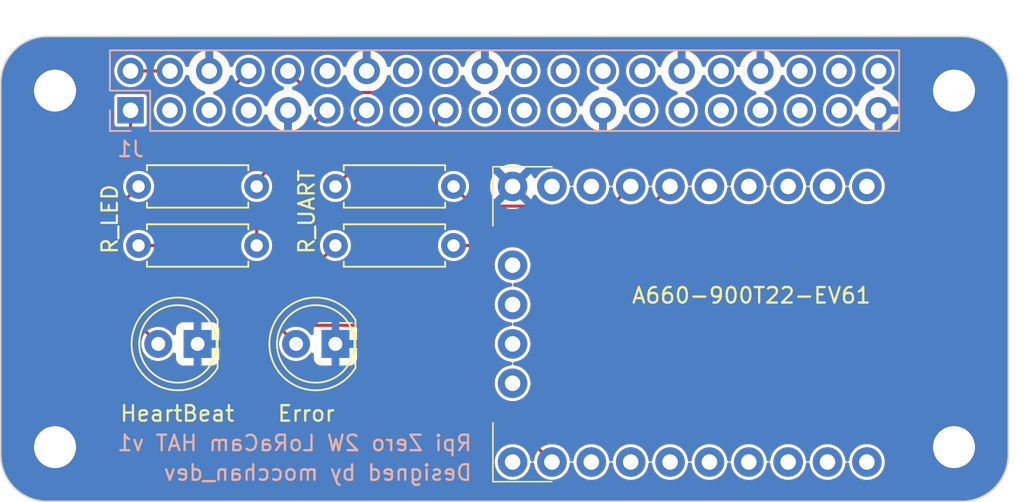
<source format=kicad_pcb>
(kicad_pcb (version 20241229) (generator "pcbnew") (generator_version "9.0")
  (title_block (date "15 nov 2012"))
  (layers (0 "F.Cu" signal) (2 "B.Cu" signal) (13 "F.Paste" user) (15 "B.Paste" user) (5 "F.SilkS" user "F.Silkscreen") (7 "B.SilkS" user "B.Silkscreen") (1 "F.Mask" user) (3 "B.Mask" user) (25 "Edge.Cuts" user))
  (net 0 "")
  (net 1 "GND")
  (net 2 "/GPIO2{slash}SDA1")
  (net 3 "/GPIO3{slash}SCL1")
  (net 4 "/GPIO4{slash}GPCLK0")
  (net 5 "RPi_RX-A660_TX")
  (net 6 "RPi_TX-A660_RX")
  (net 7 "/GPIO18{slash}PCM.CLK")
  (net 8 "/GPIO22")
  (net 9 "/GPIO23")
  (net 10 "/GPIO26")
  (net 11 "/GPIO24")
  (net 12 "/GPIO10{slash}SPI0.MOSI")
  (net 13 "/GPIO9{slash}SPI0.MISO")
  (net 14 "/GPIO25")
  (net 15 "/GPIO11{slash}SPI0.SCLK")
  (net 16 "/GPIO8{slash}SPI0.CE0")
  (net 17 "/GPIO7{slash}SPI0.CE1")
  (net 18 "/ID_SDA")
  (net 19 "/ID_SCL")
  (net 20 "/GPIO5")
  (net 21 "/GPIO6")
  (net 22 "/GPIO12{slash}PWM0")
  (net 23 "/GPIO13{slash}PWM1")
  (net 24 "/GPIO19{slash}PCM.FS")
  (net 25 "/GPIO16")
  (net 26 "/GPIO20{slash}PCM.DIN")
  (net 27 "/GPIO21{slash}PCM.DOUT")
  (net 28 "+5V")
  (net 29 "+3V3")
  (net 50 "LED2")
  (net 51 "LED1")
  (net 52 "Net-(U2-RXD)")
  (net 53 "Net-(U2-TXD)")
  (net 54 "Net-(D1-A)")
  (net 55 "Net-(D2-A)")
  (footprint "MountingHole:MountingHole_2.7mm_M2.5" (layer "F.Cu") (at 161.5 73.5)
    (property "Reference" "MH2" (hide yes))
    (property "Value" "MountingHole_2.7mm_M2.5" (hide yes))
    (pad "" np_thru_hole circle (at 0 0) (size 2.7 2.7) (drill 2.7) (layers "*.Cu" "*.Mask" "In1.Cu" "In2.Cu" "In3.Cu" "In4.Cu" "In5.Cu" "In6.Cu" "In7.Cu" "In8.Cu" "In9.Cu" "In10.Cu" "In11.Cu" "In12.Cu" "In13.Cu" "In14.Cu" "In15.Cu" "In16.Cu" "In17.Cu" "In18.Cu" "In19.Cu" "In20.Cu" "In21.Cu" "In22.Cu" "In23.Cu" "In24.Cu" "In25.Cu" "In26.Cu" "In27.Cu" "In28.Cu" "In29.Cu" "In30.Cu"))
  )
  (footprint "Resistor_THT:R_Axial_DIN0207_L6.3mm_D2.5mm_P7.62mm_Horizontal" (layer "F.Cu") (at 121.59 79.68)
    (property "Reference" "R2" (hide yes))
    (property "Value" "R")
    (pad "1" thru_hole circle (at 0 0) (size 1.6 1.6) (drill 0.8) (layers "*.Cu" "*.Mask" "In1.Cu" "In2.Cu" "In3.Cu" "In4.Cu" "In5.Cu" "In6.Cu" "In7.Cu" "In8.Cu" "In9.Cu" "In10.Cu" "In11.Cu" "In12.Cu" "In13.Cu" "In14.Cu" "In15.Cu" "In16.Cu" "In17.Cu" "In18.Cu" "In19.Cu" "In20.Cu" "In21.Cu" "In22.Cu" "In23.Cu" "In24.Cu" "In25.Cu" "In26.Cu" "In27.Cu" "In28.Cu" "In29.Cu" "In30.Cu") (net 5 "RPi_RX-A660_TX"))
    (pad "2" thru_hole oval (at 7.62 0) (size 1.6 1.6) (drill 0.8) (layers "*.Cu" "*.Mask" "In1.Cu" "In2.Cu" "In3.Cu" "In4.Cu" "In5.Cu" "In6.Cu" "In7.Cu" "In8.Cu" "In9.Cu" "In10.Cu" "In11.Cu" "In12.Cu" "In13.Cu" "In14.Cu" "In15.Cu" "In16.Cu" "In17.Cu" "In18.Cu" "In19.Cu" "In20.Cu" "In21.Cu" "In22.Cu" "In23.Cu" "In24.Cu" "In25.Cu" "In26.Cu" "In27.Cu" "In28.Cu" "In29.Cu" "In30.Cu") (net 53 "Net-(U2-TXD)"))
  )
  (footprint "MyParts:A660-900T22-EV61" (layer "F.Cu") (at 148.26 88.57)
    (property "Reference" "U2" (hide yes))
    (property "Value" "A660-900T22-EV61")
    (pad "1" thru_hole circle (at 7.62 -8.89) (size 1.905 1.905) (drill 1) (layers "*.Cu" "*.Mask" "In1.Cu" "In2.Cu" "In3.Cu" "In4.Cu" "In5.Cu" "In6.Cu" "In7.Cu" "In8.Cu" "In9.Cu" "In10.Cu" "In11.Cu" "In12.Cu" "In13.Cu" "In14.Cu" "In15.Cu" "In16.Cu" "In17.Cu" "In18.Cu" "In19.Cu" "In20.Cu" "In21.Cu" "In22.Cu" "In23.Cu" "In24.Cu" "In25.Cu" "In26.Cu" "In27.Cu" "In28.Cu" "In29.Cu" "In30.Cu"))
    (pad "2" thru_hole circle (at 5.08 -8.89) (size 1.905 1.905) (drill 1) (layers "*.Cu" "*.Mask" "In1.Cu" "In2.Cu" "In3.Cu" "In4.Cu" "In5.Cu" "In6.Cu" "In7.Cu" "In8.Cu" "In9.Cu" "In10.Cu" "In11.Cu" "In12.Cu" "In13.Cu" "In14.Cu" "In15.Cu" "In16.Cu" "In17.Cu" "In18.Cu" "In19.Cu" "In20.Cu" "In21.Cu" "In22.Cu" "In23.Cu" "In24.Cu" "In25.Cu" "In26.Cu" "In27.Cu" "In28.Cu" "In29.Cu" "In30.Cu"))
    (pad "3" thru_hole circle (at 2.54 -8.89) (size 1.905 1.905) (drill 1) (layers "*.Cu" "*.Mask" "In1.Cu" "In2.Cu" "In3.Cu" "In4.Cu" "In5.Cu" "In6.Cu" "In7.Cu" "In8.Cu" "In9.Cu" "In10.Cu" "In11.Cu" "In12.Cu" "In13.Cu" "In14.Cu" "In15.Cu" "In16.Cu" "In17.Cu" "In18.Cu" "In19.Cu" "In20.Cu" "In21.Cu" "In22.Cu" "In23.Cu" "In24.Cu" "In25.Cu" "In26.Cu" "In27.Cu" "In28.Cu" "In29.Cu" "In30.Cu"))
    (pad "4" thru_hole circle (at 0 -8.89) (size 1.905 1.905) (drill 1) (layers "*.Cu" "*.Mask" "In1.Cu" "In2.Cu" "In3.Cu" "In4.Cu" "In5.Cu" "In6.Cu" "In7.Cu" "In8.Cu" "In9.Cu" "In10.Cu" "In11.Cu" "In12.Cu" "In13.Cu" "In14.Cu" "In15.Cu" "In16.Cu" "In17.Cu" "In18.Cu" "In19.Cu" "In20.Cu" "In21.Cu" "In22.Cu" "In23.Cu" "In24.Cu" "In25.Cu" "In26.Cu" "In27.Cu" "In28.Cu" "In29.Cu" "In30.Cu"))
    (pad "5" thru_hole circle (at -2.54 -8.89) (size 1.905 1.905) (drill 1) (layers "*.Cu" "*.Mask" "In1.Cu" "In2.Cu" "In3.Cu" "In4.Cu" "In5.Cu" "In6.Cu" "In7.Cu" "In8.Cu" "In9.Cu" "In10.Cu" "In11.Cu" "In12.Cu" "In13.Cu" "In14.Cu" "In15.Cu" "In16.Cu" "In17.Cu" "In18.Cu" "In19.Cu" "In20.Cu" "In21.Cu" "In22.Cu" "In23.Cu" "In24.Cu" "In25.Cu" "In26.Cu" "In27.Cu" "In28.Cu" "In29.Cu" "In30.Cu"))
    (pad "6" thru_hole circle (at -5.08 -8.89) (size 1.905 1.905) (drill 1) (layers "*.Cu" "*.Mask" "In1.Cu" "In2.Cu" "In3.Cu" "In4.Cu" "In5.Cu" "In6.Cu" "In7.Cu" "In8.Cu" "In9.Cu" "In10.Cu" "In11.Cu" "In12.Cu" "In13.Cu" "In14.Cu" "In15.Cu" "In16.Cu" "In17.Cu" "In18.Cu" "In19.Cu" "In20.Cu" "In21.Cu" "In22.Cu" "In23.Cu" "In24.Cu" "In25.Cu" "In26.Cu" "In27.Cu" "In28.Cu" "In29.Cu" "In30.Cu") (net 52 "Net-(U2-RXD)"))
    (pad "7" thru_hole circle (at -7.62 -8.89) (size 1.905 1.905) (drill 1) (layers "*.Cu" "*.Mask" "In1.Cu" "In2.Cu" "In3.Cu" "In4.Cu" "In5.Cu" "In6.Cu" "In7.Cu" "In8.Cu" "In9.Cu" "In10.Cu" "In11.Cu" "In12.Cu" "In13.Cu" "In14.Cu" "In15.Cu" "In16.Cu" "In17.Cu" "In18.Cu" "In19.Cu" "In20.Cu" "In21.Cu" "In22.Cu" "In23.Cu" "In24.Cu" "In25.Cu" "In26.Cu" "In27.Cu" "In28.Cu" "In29.Cu" "In30.Cu") (net 53 "Net-(U2-TXD)"))
    (pad "8" thru_hole circle (at -10.16 -8.89) (size 1.905 1.905) (drill 1) (layers "*.Cu" "*.Mask" "In1.Cu" "In2.Cu" "In3.Cu" "In4.Cu" "In5.Cu" "In6.Cu" "In7.Cu" "In8.Cu" "In9.Cu" "In10.Cu" "In11.Cu" "In12.Cu" "In13.Cu" "In14.Cu" "In15.Cu" "In16.Cu" "In17.Cu" "In18.Cu" "In19.Cu" "In20.Cu" "In21.Cu" "In22.Cu" "In23.Cu" "In24.Cu" "In25.Cu" "In26.Cu" "In27.Cu" "In28.Cu" "In29.Cu" "In30.Cu"))
    (pad "9" thru_hole circle (at -12.7 -8.89) (size 1.905 1.905) (drill 1) (layers "*.Cu" "*.Mask" "In1.Cu" "In2.Cu" "In3.Cu" "In4.Cu" "In5.Cu" "In6.Cu" "In7.Cu" "In8.Cu" "In9.Cu" "In10.Cu" "In11.Cu" "In12.Cu" "In13.Cu" "In14.Cu" "In15.Cu" "In16.Cu" "In17.Cu" "In18.Cu" "In19.Cu" "In20.Cu" "In21.Cu" "In22.Cu" "In23.Cu" "In24.Cu" "In25.Cu" "In26.Cu" "In27.Cu" "In28.Cu" "In29.Cu" "In30.Cu"))
    (pad "10" thru_hole circle (at -15.24 -8.89) (size 1.905 1.905) (drill 1) (layers "*.Cu" "*.Mask" "In1.Cu" "In2.Cu" "In3.Cu" "In4.Cu" "In5.Cu" "In6.Cu" "In7.Cu" "In8.Cu" "In9.Cu" "In10.Cu" "In11.Cu" "In12.Cu" "In13.Cu" "In14.Cu" "In15.Cu" "In16.Cu" "In17.Cu" "In18.Cu" "In19.Cu" "In20.Cu" "In21.Cu" "In22.Cu" "In23.Cu" "In24.Cu" "In25.Cu" "In26.Cu" "In27.Cu" "In28.Cu" "In29.Cu" "In30.Cu") (net 1 "GND"))
    (pad "11" thru_hole circle (at -15.24 8.89) (size 1.905 1.905) (drill 1) (layers "*.Cu" "*.Mask" "In1.Cu" "In2.Cu" "In3.Cu" "In4.Cu" "In5.Cu" "In6.Cu" "In7.Cu" "In8.Cu" "In9.Cu" "In10.Cu" "In11.Cu" "In12.Cu" "In13.Cu" "In14.Cu" "In15.Cu" "In16.Cu" "In17.Cu" "In18.Cu" "In19.Cu" "In20.Cu" "In21.Cu" "In22.Cu" "In23.Cu" "In24.Cu" "In25.Cu" "In26.Cu" "In27.Cu" "In28.Cu" "In29.Cu" "In30.Cu"))
    (pad "12" thru_hole circle (at -12.7 8.89) (size 1.905 1.905) (drill 1) (layers "*.Cu" "*.Mask" "In1.Cu" "In2.Cu" "In3.Cu" "In4.Cu" "In5.Cu" "In6.Cu" "In7.Cu" "In8.Cu" "In9.Cu" "In10.Cu" "In11.Cu" "In12.Cu" "In13.Cu" "In14.Cu" "In15.Cu" "In16.Cu" "In17.Cu" "In18.Cu" "In19.Cu" "In20.Cu" "In21.Cu" "In22.Cu" "In23.Cu" "In24.Cu" "In25.Cu" "In26.Cu" "In27.Cu" "In28.Cu" "In29.Cu" "In30.Cu") (net 29 "+3V3"))
    (pad "13" thru_hole circle (at -10.16 8.89) (size 1.905 1.905) (drill 1) (layers "*.Cu" "*.Mask" "In1.Cu" "In2.Cu" "In3.Cu" "In4.Cu" "In5.Cu" "In6.Cu" "In7.Cu" "In8.Cu" "In9.Cu" "In10.Cu" "In11.Cu" "In12.Cu" "In13.Cu" "In14.Cu" "In15.Cu" "In16.Cu" "In17.Cu" "In18.Cu" "In19.Cu" "In20.Cu" "In21.Cu" "In22.Cu" "In23.Cu" "In24.Cu" "In25.Cu" "In26.Cu" "In27.Cu" "In28.Cu" "In29.Cu" "In30.Cu"))
    (pad "14" thru_hole circle (at -7.62 8.89) (size 1.905 1.905) (drill 1) (layers "*.Cu" "*.Mask" "In1.Cu" "In2.Cu" "In3.Cu" "In4.Cu" "In5.Cu" "In6.Cu" "In7.Cu" "In8.Cu" "In9.Cu" "In10.Cu" "In11.Cu" "In12.Cu" "In13.Cu" "In14.Cu" "In15.Cu" "In16.Cu" "In17.Cu" "In18.Cu" "In19.Cu" "In20.Cu" "In21.Cu" "In22.Cu" "In23.Cu" "In24.Cu" "In25.Cu" "In26.Cu" "In27.Cu" "In28.Cu" "In29.Cu" "In30.Cu"))
    (pad "15" thru_hole circle (at -5.08 8.89) (size 1.905 1.905) (drill 1) (layers "*.Cu" "*.Mask" "In1.Cu" "In2.Cu" "In3.Cu" "In4.Cu" "In5.Cu" "In6.Cu" "In7.Cu" "In8.Cu" "In9.Cu" "In10.Cu" "In11.Cu" "In12.Cu" "In13.Cu" "In14.Cu" "In15.Cu" "In16.Cu" "In17.Cu" "In18.Cu" "In19.Cu" "In20.Cu" "In21.Cu" "In22.Cu" "In23.Cu" "In24.Cu" "In25.Cu" "In26.Cu" "In27.Cu" "In28.Cu" "In29.Cu" "In30.Cu"))
    (pad "16" thru_hole circle (at -2.54 8.89) (size 1.905 1.905) (drill 1) (layers "*.Cu" "*.Mask" "In1.Cu" "In2.Cu" "In3.Cu" "In4.Cu" "In5.Cu" "In6.Cu" "In7.Cu" "In8.Cu" "In9.Cu" "In10.Cu" "In11.Cu" "In12.Cu" "In13.Cu" "In14.Cu" "In15.Cu" "In16.Cu" "In17.Cu" "In18.Cu" "In19.Cu" "In20.Cu" "In21.Cu" "In22.Cu" "In23.Cu" "In24.Cu" "In25.Cu" "In26.Cu" "In27.Cu" "In28.Cu" "In29.Cu" "In30.Cu"))
    (pad "17" thru_hole circle (at 0 8.89) (size 1.905 1.905) (drill 1) (layers "*.Cu" "*.Mask" "In1.Cu" "In2.Cu" "In3.Cu" "In4.Cu" "In5.Cu" "In6.Cu" "In7.Cu" "In8.Cu" "In9.Cu" "In10.Cu" "In11.Cu" "In12.Cu" "In13.Cu" "In14.Cu" "In15.Cu" "In16.Cu" "In17.Cu" "In18.Cu" "In19.Cu" "In20.Cu" "In21.Cu" "In22.Cu" "In23.Cu" "In24.Cu" "In25.Cu" "In26.Cu" "In27.Cu" "In28.Cu" "In29.Cu" "In30.Cu"))
    (pad "18" thru_hole circle (at 2.54 8.89) (size 1.905 1.905) (drill 1) (layers "*.Cu" "*.Mask" "In1.Cu" "In2.Cu" "In3.Cu" "In4.Cu" "In5.Cu" "In6.Cu" "In7.Cu" "In8.Cu" "In9.Cu" "In10.Cu" "In11.Cu" "In12.Cu" "In13.Cu" "In14.Cu" "In15.Cu" "In16.Cu" "In17.Cu" "In18.Cu" "In19.Cu" "In20.Cu" "In21.Cu" "In22.Cu" "In23.Cu" "In24.Cu" "In25.Cu" "In26.Cu" "In27.Cu" "In28.Cu" "In29.Cu" "In30.Cu"))
    (pad "19" thru_hole circle (at 5.08 8.89) (size 1.905 1.905) (drill 1) (layers "*.Cu" "*.Mask" "In1.Cu" "In2.Cu" "In3.Cu" "In4.Cu" "In5.Cu" "In6.Cu" "In7.Cu" "In8.Cu" "In9.Cu" "In10.Cu" "In11.Cu" "In12.Cu" "In13.Cu" "In14.Cu" "In15.Cu" "In16.Cu" "In17.Cu" "In18.Cu" "In19.Cu" "In20.Cu" "In21.Cu" "In22.Cu" "In23.Cu" "In24.Cu" "In25.Cu" "In26.Cu" "In27.Cu" "In28.Cu" "In29.Cu" "In30.Cu"))
    (pad "20" thru_hole circle (at 7.62 8.89) (size 1.905 1.905) (drill 1) (layers "*.Cu" "*.Mask" "In1.Cu" "In2.Cu" "In3.Cu" "In4.Cu" "In5.Cu" "In6.Cu" "In7.Cu" "In8.Cu" "In9.Cu" "In10.Cu" "In11.Cu" "In12.Cu" "In13.Cu" "In14.Cu" "In15.Cu" "In16.Cu" "In17.Cu" "In18.Cu" "In19.Cu" "In20.Cu" "In21.Cu" "In22.Cu" "In23.Cu" "In24.Cu" "In25.Cu" "In26.Cu" "In27.Cu" "In28.Cu" "In29.Cu" "In30.Cu"))
    (pad "21" thru_hole circle (at -15.24 3.81) (size 1.905 1.905) (drill 1) (layers "*.Cu" "*.Mask" "In1.Cu" "In2.Cu" "In3.Cu" "In4.Cu" "In5.Cu" "In6.Cu" "In7.Cu" "In8.Cu" "In9.Cu" "In10.Cu" "In11.Cu" "In12.Cu" "In13.Cu" "In14.Cu" "In15.Cu" "In16.Cu" "In17.Cu" "In18.Cu" "In19.Cu" "In20.Cu" "In21.Cu" "In22.Cu" "In23.Cu" "In24.Cu" "In25.Cu" "In26.Cu" "In27.Cu" "In28.Cu" "In29.Cu" "In30.Cu"))
    (pad "22" thru_hole circle (at -15.24 1.27) (size 1.905 1.905) (drill 1) (layers "*.Cu" "*.Mask" "In1.Cu" "In2.Cu" "In3.Cu" "In4.Cu" "In5.Cu" "In6.Cu" "In7.Cu" "In8.Cu" "In9.Cu" "In10.Cu" "In11.Cu" "In12.Cu" "In13.Cu" "In14.Cu" "In15.Cu" "In16.Cu" "In17.Cu" "In18.Cu" "In19.Cu" "In20.Cu" "In21.Cu" "In22.Cu" "In23.Cu" "In24.Cu" "In25.Cu" "In26.Cu" "In27.Cu" "In28.Cu" "In29.Cu" "In30.Cu"))
    (pad "23" thru_hole circle (at -15.24 -1.27) (size 1.905 1.905) (drill 1) (layers "*.Cu" "*.Mask" "In1.Cu" "In2.Cu" "In3.Cu" "In4.Cu" "In5.Cu" "In6.Cu" "In7.Cu" "In8.Cu" "In9.Cu" "In10.Cu" "In11.Cu" "In12.Cu" "In13.Cu" "In14.Cu" "In15.Cu" "In16.Cu" "In17.Cu" "In18.Cu" "In19.Cu" "In20.Cu" "In21.Cu" "In22.Cu" "In23.Cu" "In24.Cu" "In25.Cu" "In26.Cu" "In27.Cu" "In28.Cu" "In29.Cu" "In30.Cu"))
    (pad "24" thru_hole circle (at -15.24 -3.81) (size 1.905 1.905) (drill 1) (layers "*.Cu" "*.Mask" "In1.Cu" "In2.Cu" "In3.Cu" "In4.Cu" "In5.Cu" "In6.Cu" "In7.Cu" "In8.Cu" "In9.Cu" "In10.Cu" "In11.Cu" "In12.Cu" "In13.Cu" "In14.Cu" "In15.Cu" "In16.Cu" "In17.Cu" "In18.Cu" "In19.Cu" "In20.Cu" "In21.Cu" "In22.Cu" "In23.Cu" "In24.Cu" "In25.Cu" "In26.Cu" "In27.Cu" "In28.Cu" "In29.Cu" "In30.Cu"))
  )
  (footprint "Resistor_THT:R_Axial_DIN0207_L6.3mm_D2.5mm_P7.62mm_Horizontal" (layer "F.Cu") (at 129.21 83.49 180)
    (property "Reference" "R1" (hide yes))
    (property "Value" "R")
    (pad "1" thru_hole circle (at 0 0 180) (size 1.6 1.6) (drill 0.8) (layers "*.Cu" "*.Mask" "In1.Cu" "In2.Cu" "In3.Cu" "In4.Cu" "In5.Cu" "In6.Cu" "In7.Cu" "In8.Cu" "In9.Cu" "In10.Cu" "In11.Cu" "In12.Cu" "In13.Cu" "In14.Cu" "In15.Cu" "In16.Cu" "In17.Cu" "In18.Cu" "In19.Cu" "In20.Cu" "In21.Cu" "In22.Cu" "In23.Cu" "In24.Cu" "In25.Cu" "In26.Cu" "In27.Cu" "In28.Cu" "In29.Cu" "In30.Cu") (net 52 "Net-(U2-RXD)"))
    (pad "2" thru_hole oval (at 7.62 0 180) (size 1.6 1.6) (drill 0.8) (layers "*.Cu" "*.Mask" "In1.Cu" "In2.Cu" "In3.Cu" "In4.Cu" "In5.Cu" "In6.Cu" "In7.Cu" "In8.Cu" "In9.Cu" "In10.Cu" "In11.Cu" "In12.Cu" "In13.Cu" "In14.Cu" "In15.Cu" "In16.Cu" "In17.Cu" "In18.Cu" "In19.Cu" "In20.Cu" "In21.Cu" "In22.Cu" "In23.Cu" "In24.Cu" "In25.Cu" "In26.Cu" "In27.Cu" "In28.Cu" "In29.Cu" "In30.Cu") (net 6 "RPi_TX-A660_RX"))
  )
  (footprint "MountingHole:MountingHole_2.7mm_M2.5" (layer "F.Cu") (at 103.5 96.5)
    (property "Reference" "MH3" (hide yes))
    (property "Value" "MountingHole_2.7mm_M2.5" (hide yes))
    (pad "" np_thru_hole circle (at 0 0) (size 2.7 2.7) (drill 2.7) (layers "*.Cu" "*.Mask" "In1.Cu" "In2.Cu" "In3.Cu" "In4.Cu" "In5.Cu" "In6.Cu" "In7.Cu" "In8.Cu" "In9.Cu" "In10.Cu" "In11.Cu" "In12.Cu" "In13.Cu" "In14.Cu" "In15.Cu" "In16.Cu" "In17.Cu" "In18.Cu" "In19.Cu" "In20.Cu" "In21.Cu" "In22.Cu" "In23.Cu" "In24.Cu" "In25.Cu" "In26.Cu" "In27.Cu" "In28.Cu" "In29.Cu" "In30.Cu"))
  )
  (footprint "MountingHole:MountingHole_2.7mm_M2.5" (layer "F.Cu") (at 103.5 73.5)
    (property "Reference" "MH1" (hide yes))
    (property "Value" "MountingHole_2.7mm_M2.5" (hide yes))
    (pad "" np_thru_hole circle (at 0 0) (size 2.7 2.7) (drill 2.7) (layers "*.Cu" "*.Mask" "In1.Cu" "In2.Cu" "In3.Cu" "In4.Cu" "In5.Cu" "In6.Cu" "In7.Cu" "In8.Cu" "In9.Cu" "In10.Cu" "In11.Cu" "In12.Cu" "In13.Cu" "In14.Cu" "In15.Cu" "In16.Cu" "In17.Cu" "In18.Cu" "In19.Cu" "In20.Cu" "In21.Cu" "In22.Cu" "In23.Cu" "In24.Cu" "In25.Cu" "In26.Cu" "In27.Cu" "In28.Cu" "In29.Cu" "In30.Cu"))
  )
  (footprint "Resistor_THT:R_Axial_DIN0207_L6.3mm_D2.5mm_P7.62mm_Horizontal" (layer "F.Cu") (at 116.51 79.68 180)
    (property "Reference" "R3" (hide yes))
    (property "Value" "R")
    (pad "1" thru_hole circle (at 0 0 180) (size 1.6 1.6) (drill 0.8) (layers "*.Cu" "*.Mask" "In1.Cu" "In2.Cu" "In3.Cu" "In4.Cu" "In5.Cu" "In6.Cu" "In7.Cu" "In8.Cu" "In9.Cu" "In10.Cu" "In11.Cu" "In12.Cu" "In13.Cu" "In14.Cu" "In15.Cu" "In16.Cu" "In17.Cu" "In18.Cu" "In19.Cu" "In20.Cu" "In21.Cu" "In22.Cu" "In23.Cu" "In24.Cu" "In25.Cu" "In26.Cu" "In27.Cu" "In28.Cu" "In29.Cu" "In30.Cu") (net 51 "LED1"))
    (pad "2" thru_hole oval (at 7.62 0 180) (size 1.6 1.6) (drill 0.8) (layers "*.Cu" "*.Mask" "In1.Cu" "In2.Cu" "In3.Cu" "In4.Cu" "In5.Cu" "In6.Cu" "In7.Cu" "In8.Cu" "In9.Cu" "In10.Cu" "In11.Cu" "In12.Cu" "In13.Cu" "In14.Cu" "In15.Cu" "In16.Cu" "In17.Cu" "In18.Cu" "In19.Cu" "In20.Cu" "In21.Cu" "In22.Cu" "In23.Cu" "In24.Cu" "In25.Cu" "In26.Cu" "In27.Cu" "In28.Cu" "In29.Cu" "In30.Cu") (net 54 "Net-(D1-A)"))
  )
  (footprint "LED_THT:LED_D5.0mm" (layer "F.Cu") (at 121.59 89.84 180)
    (property "Reference" "D2" (hide yes))
    (property "Value" "LED" (hide yes))
    (pad "1" thru_hole rect (at 0 0 180) (size 1.8 1.8) (drill 0.9) (layers "*.Cu" "*.Mask" "In1.Cu" "In2.Cu" "In3.Cu" "In4.Cu" "In5.Cu" "In6.Cu" "In7.Cu" "In8.Cu" "In9.Cu" "In10.Cu" "In11.Cu" "In12.Cu" "In13.Cu" "In14.Cu" "In15.Cu" "In16.Cu" "In17.Cu" "In18.Cu" "In19.Cu" "In20.Cu" "In21.Cu" "In22.Cu" "In23.Cu" "In24.Cu" "In25.Cu" "In26.Cu" "In27.Cu" "In28.Cu" "In29.Cu" "In30.Cu") (net 1 "GND"))
    (pad "2" thru_hole circle (at 2.54 0 180) (size 1.8 1.8) (drill 0.9) (layers "*.Cu" "*.Mask" "In1.Cu" "In2.Cu" "In3.Cu" "In4.Cu" "In5.Cu" "In6.Cu" "In7.Cu" "In8.Cu" "In9.Cu" "In10.Cu" "In11.Cu" "In12.Cu" "In13.Cu" "In14.Cu" "In15.Cu" "In16.Cu" "In17.Cu" "In18.Cu" "In19.Cu" "In20.Cu" "In21.Cu" "In22.Cu" "In23.Cu" "In24.Cu" "In25.Cu" "In26.Cu" "In27.Cu" "In28.Cu" "In29.Cu" "In30.Cu") (net 55 "Net-(D2-A)"))
  )
  (footprint "Resistor_THT:R_Axial_DIN0207_L6.3mm_D2.5mm_P7.62mm_Horizontal" (layer "F.Cu") (at 116.51 83.49 180)
    (property "Reference" "R4" (hide yes))
    (property "Value" "R")
    (pad "1" thru_hole circle (at 0 0 180) (size 1.6 1.6) (drill 0.8) (layers "*.Cu" "*.Mask" "In1.Cu" "In2.Cu" "In3.Cu" "In4.Cu" "In5.Cu" "In6.Cu" "In7.Cu" "In8.Cu" "In9.Cu" "In10.Cu" "In11.Cu" "In12.Cu" "In13.Cu" "In14.Cu" "In15.Cu" "In16.Cu" "In17.Cu" "In18.Cu" "In19.Cu" "In20.Cu" "In21.Cu" "In22.Cu" "In23.Cu" "In24.Cu" "In25.Cu" "In26.Cu" "In27.Cu" "In28.Cu" "In29.Cu" "In30.Cu") (net 50 "LED2"))
    (pad "2" thru_hole oval (at 7.62 0 180) (size 1.6 1.6) (drill 0.8) (layers "*.Cu" "*.Mask" "In1.Cu" "In2.Cu" "In3.Cu" "In4.Cu" "In5.Cu" "In6.Cu" "In7.Cu" "In8.Cu" "In9.Cu" "In10.Cu" "In11.Cu" "In12.Cu" "In13.Cu" "In14.Cu" "In15.Cu" "In16.Cu" "In17.Cu" "In18.Cu" "In19.Cu" "In20.Cu" "In21.Cu" "In22.Cu" "In23.Cu" "In24.Cu" "In25.Cu" "In26.Cu" "In27.Cu" "In28.Cu" "In29.Cu" "In30.Cu") (net 55 "Net-(D2-A)"))
  )
  (footprint "MountingHole:MountingHole_2.7mm_M2.5" (layer "F.Cu") (at 161.5 96.5)
    (property "Reference" "MH4" (hide yes))
    (property "Value" "MountingHole_2.7mm_M2.5" (hide yes))
    (pad "" np_thru_hole circle (at 0 0) (size 2.7 2.7) (drill 2.7) (layers "*.Cu" "*.Mask" "In1.Cu" "In2.Cu" "In3.Cu" "In4.Cu" "In5.Cu" "In6.Cu" "In7.Cu" "In8.Cu" "In9.Cu" "In10.Cu" "In11.Cu" "In12.Cu" "In13.Cu" "In14.Cu" "In15.Cu" "In16.Cu" "In17.Cu" "In18.Cu" "In19.Cu" "In20.Cu" "In21.Cu" "In22.Cu" "In23.Cu" "In24.Cu" "In25.Cu" "In26.Cu" "In27.Cu" "In28.Cu" "In29.Cu" "In30.Cu"))
  )
  (footprint "LED_THT:LED_D5.0mm" (layer "F.Cu") (at 112.7 89.84 180)
    (property "Reference" "D1" (hide yes))
    (property "Value" "LED" (hide yes))
    (pad "1" thru_hole rect (at 0 0 180) (size 1.8 1.8) (drill 0.9) (layers "*.Cu" "*.Mask" "In1.Cu" "In2.Cu" "In3.Cu" "In4.Cu" "In5.Cu" "In6.Cu" "In7.Cu" "In8.Cu" "In9.Cu" "In10.Cu" "In11.Cu" "In12.Cu" "In13.Cu" "In14.Cu" "In15.Cu" "In16.Cu" "In17.Cu" "In18.Cu" "In19.Cu" "In20.Cu" "In21.Cu" "In22.Cu" "In23.Cu" "In24.Cu" "In25.Cu" "In26.Cu" "In27.Cu" "In28.Cu" "In29.Cu" "In30.Cu") (net 1 "GND"))
    (pad "2" thru_hole circle (at 2.54 0 180) (size 1.8 1.8) (drill 0.9) (layers "*.Cu" "*.Mask" "In1.Cu" "In2.Cu" "In3.Cu" "In4.Cu" "In5.Cu" "In6.Cu" "In7.Cu" "In8.Cu" "In9.Cu" "In10.Cu" "In11.Cu" "In12.Cu" "In13.Cu" "In14.Cu" "In15.Cu" "In16.Cu" "In17.Cu" "In18.Cu" "In19.Cu" "In20.Cu" "In21.Cu" "In22.Cu" "In23.Cu" "In24.Cu" "In25.Cu" "In26.Cu" "In27.Cu" "In28.Cu" "In29.Cu" "In30.Cu") (net 54 "Net-(D1-A)"))
  )
  (footprint "Connector_PinSocket_2.54mm:PinSocket_2x20_P2.54mm_Vertical" (layer "B.Cu") (at 108.37 74.77 -90)
    (property "Reference" "J1" (at 2.5 0 0) (layer "B.SilkS") (effects (justify mirror)))
    (property "Value" "GPIO")
    (pad "1" thru_hole rect (at 0 0 270) (size 1.7 1.7) (drill 1) (layers "*.Cu" "*.Mask" "In1.Cu" "In2.Cu" "In3.Cu" "In4.Cu" "In5.Cu" "In6.Cu" "In7.Cu" "In8.Cu" "In9.Cu" "In10.Cu" "In11.Cu" "In12.Cu" "In13.Cu" "In14.Cu" "In15.Cu" "In16.Cu" "In17.Cu" "In18.Cu" "In19.Cu" "In20.Cu" "In21.Cu" "In22.Cu" "In23.Cu" "In24.Cu" "In25.Cu" "In26.Cu" "In27.Cu" "In28.Cu" "In29.Cu" "In30.Cu") (net 29 "+3V3"))
    (pad "2" thru_hole oval (at -2.54 0 270) (size 1.7 1.7) (drill 1) (layers "*.Cu" "*.Mask" "In1.Cu" "In2.Cu" "In3.Cu" "In4.Cu" "In5.Cu" "In6.Cu" "In7.Cu" "In8.Cu" "In9.Cu" "In10.Cu" "In11.Cu" "In12.Cu" "In13.Cu" "In14.Cu" "In15.Cu" "In16.Cu" "In17.Cu" "In18.Cu" "In19.Cu" "In20.Cu" "In21.Cu" "In22.Cu" "In23.Cu" "In24.Cu" "In25.Cu" "In26.Cu" "In27.Cu" "In28.Cu" "In29.Cu" "In30.Cu") (net 28 "+5V"))
    (pad "3" thru_hole oval (at 0 -2.54 270) (size 1.7 1.7) (drill 1) (layers "*.Cu" "*.Mask" "In1.Cu" "In2.Cu" "In3.Cu" "In4.Cu" "In5.Cu" "In6.Cu" "In7.Cu" "In8.Cu" "In9.Cu" "In10.Cu" "In11.Cu" "In12.Cu" "In13.Cu" "In14.Cu" "In15.Cu" "In16.Cu" "In17.Cu" "In18.Cu" "In19.Cu" "In20.Cu" "In21.Cu" "In22.Cu" "In23.Cu" "In24.Cu" "In25.Cu" "In26.Cu" "In27.Cu" "In28.Cu" "In29.Cu" "In30.Cu") (net 2 "/GPIO2{slash}SDA1"))
    (pad "4" thru_hole oval (at -2.54 -2.54 270) (size 1.7 1.7) (drill 1) (layers "*.Cu" "*.Mask" "In1.Cu" "In2.Cu" "In3.Cu" "In4.Cu" "In5.Cu" "In6.Cu" "In7.Cu" "In8.Cu" "In9.Cu" "In10.Cu" "In11.Cu" "In12.Cu" "In13.Cu" "In14.Cu" "In15.Cu" "In16.Cu" "In17.Cu" "In18.Cu" "In19.Cu" "In20.Cu" "In21.Cu" "In22.Cu" "In23.Cu" "In24.Cu" "In25.Cu" "In26.Cu" "In27.Cu" "In28.Cu" "In29.Cu" "In30.Cu") (net 28 "+5V"))
    (pad "5" thru_hole oval (at 0 -5.08 270) (size 1.7 1.7) (drill 1) (layers "*.Cu" "*.Mask" "In1.Cu" "In2.Cu" "In3.Cu" "In4.Cu" "In5.Cu" "In6.Cu" "In7.Cu" "In8.Cu" "In9.Cu" "In10.Cu" "In11.Cu" "In12.Cu" "In13.Cu" "In14.Cu" "In15.Cu" "In16.Cu" "In17.Cu" "In18.Cu" "In19.Cu" "In20.Cu" "In21.Cu" "In22.Cu" "In23.Cu" "In24.Cu" "In25.Cu" "In26.Cu" "In27.Cu" "In28.Cu" "In29.Cu" "In30.Cu") (net 3 "/GPIO3{slash}SCL1"))
    (pad "6" thru_hole oval (at -2.54 -5.08 270) (size 1.7 1.7) (drill 1) (layers "*.Cu" "*.Mask" "In1.Cu" "In2.Cu" "In3.Cu" "In4.Cu" "In5.Cu" "In6.Cu" "In7.Cu" "In8.Cu" "In9.Cu" "In10.Cu" "In11.Cu" "In12.Cu" "In13.Cu" "In14.Cu" "In15.Cu" "In16.Cu" "In17.Cu" "In18.Cu" "In19.Cu" "In20.Cu" "In21.Cu" "In22.Cu" "In23.Cu" "In24.Cu" "In25.Cu" "In26.Cu" "In27.Cu" "In28.Cu" "In29.Cu" "In30.Cu") (net 1 "GND"))
    (pad "7" thru_hole oval (at 0 -7.62 270) (size 1.7 1.7) (drill 1) (layers "*.Cu" "*.Mask" "In1.Cu" "In2.Cu" "In3.Cu" "In4.Cu" "In5.Cu" "In6.Cu" "In7.Cu" "In8.Cu" "In9.Cu" "In10.Cu" "In11.Cu" "In12.Cu" "In13.Cu" "In14.Cu" "In15.Cu" "In16.Cu" "In17.Cu" "In18.Cu" "In19.Cu" "In20.Cu" "In21.Cu" "In22.Cu" "In23.Cu" "In24.Cu" "In25.Cu" "In26.Cu" "In27.Cu" "In28.Cu" "In29.Cu" "In30.Cu") (net 4 "/GPIO4{slash}GPCLK0"))
    (pad "8" thru_hole oval (at -2.54 -7.62 270) (size 1.7 1.7) (drill 1) (layers "*.Cu" "*.Mask" "In1.Cu" "In2.Cu" "In3.Cu" "In4.Cu" "In5.Cu" "In6.Cu" "In7.Cu" "In8.Cu" "In9.Cu" "In10.Cu" "In11.Cu" "In12.Cu" "In13.Cu" "In14.Cu" "In15.Cu" "In16.Cu" "In17.Cu" "In18.Cu" "In19.Cu" "In20.Cu" "In21.Cu" "In22.Cu" "In23.Cu" "In24.Cu" "In25.Cu" "In26.Cu" "In27.Cu" "In28.Cu" "In29.Cu" "In30.Cu") (net 6 "RPi_TX-A660_RX"))
    (pad "9" thru_hole oval (at 0 -10.16 270) (size 1.7 1.7) (drill 1) (layers "*.Cu" "*.Mask" "In1.Cu" "In2.Cu" "In3.Cu" "In4.Cu" "In5.Cu" "In6.Cu" "In7.Cu" "In8.Cu" "In9.Cu" "In10.Cu" "In11.Cu" "In12.Cu" "In13.Cu" "In14.Cu" "In15.Cu" "In16.Cu" "In17.Cu" "In18.Cu" "In19.Cu" "In20.Cu" "In21.Cu" "In22.Cu" "In23.Cu" "In24.Cu" "In25.Cu" "In26.Cu" "In27.Cu" "In28.Cu" "In29.Cu" "In30.Cu") (net 1 "GND"))
    (pad "10" thru_hole oval (at -2.54 -10.16 270) (size 1.7 1.7) (drill 1) (layers "*.Cu" "*.Mask" "In1.Cu" "In2.Cu" "In3.Cu" "In4.Cu" "In5.Cu" "In6.Cu" "In7.Cu" "In8.Cu" "In9.Cu" "In10.Cu" "In11.Cu" "In12.Cu" "In13.Cu" "In14.Cu" "In15.Cu" "In16.Cu" "In17.Cu" "In18.Cu" "In19.Cu" "In20.Cu" "In21.Cu" "In22.Cu" "In23.Cu" "In24.Cu" "In25.Cu" "In26.Cu" "In27.Cu" "In28.Cu" "In29.Cu" "In30.Cu") (net 5 "RPi_RX-A660_TX"))
    (pad "11" thru_hole oval (at 0 -12.7 270) (size 1.7 1.7) (drill 1) (layers "*.Cu" "*.Mask" "In1.Cu" "In2.Cu" "In3.Cu" "In4.Cu" "In5.Cu" "In6.Cu" "In7.Cu" "In8.Cu" "In9.Cu" "In10.Cu" "In11.Cu" "In12.Cu" "In13.Cu" "In14.Cu" "In15.Cu" "In16.Cu" "In17.Cu" "In18.Cu" "In19.Cu" "In20.Cu" "In21.Cu" "In22.Cu" "In23.Cu" "In24.Cu" "In25.Cu" "In26.Cu" "In27.Cu" "In28.Cu" "In29.Cu" "In30.Cu") (net 51 "LED1"))
    (pad "12" thru_hole oval (at -2.54 -12.7 270) (size 1.7 1.7) (drill 1) (layers "*.Cu" "*.Mask" "In1.Cu" "In2.Cu" "In3.Cu" "In4.Cu" "In5.Cu" "In6.Cu" "In7.Cu" "In8.Cu" "In9.Cu" "In10.Cu" "In11.Cu" "In12.Cu" "In13.Cu" "In14.Cu" "In15.Cu" "In16.Cu" "In17.Cu" "In18.Cu" "In19.Cu" "In20.Cu" "In21.Cu" "In22.Cu" "In23.Cu" "In24.Cu" "In25.Cu" "In26.Cu" "In27.Cu" "In28.Cu" "In29.Cu" "In30.Cu") (net 7 "/GPIO18{slash}PCM.CLK"))
    (pad "13" thru_hole oval (at 0 -15.24 270) (size 1.7 1.7) (drill 1) (layers "*.Cu" "*.Mask" "In1.Cu" "In2.Cu" "In3.Cu" "In4.Cu" "In5.Cu" "In6.Cu" "In7.Cu" "In8.Cu" "In9.Cu" "In10.Cu" "In11.Cu" "In12.Cu" "In13.Cu" "In14.Cu" "In15.Cu" "In16.Cu" "In17.Cu" "In18.Cu" "In19.Cu" "In20.Cu" "In21.Cu" "In22.Cu" "In23.Cu" "In24.Cu" "In25.Cu" "In26.Cu" "In27.Cu" "In28.Cu" "In29.Cu" "In30.Cu") (net 50 "LED2"))
    (pad "14" thru_hole oval (at -2.54 -15.24 270) (size 1.7 1.7) (drill 1) (layers "*.Cu" "*.Mask" "In1.Cu" "In2.Cu" "In3.Cu" "In4.Cu" "In5.Cu" "In6.Cu" "In7.Cu" "In8.Cu" "In9.Cu" "In10.Cu" "In11.Cu" "In12.Cu" "In13.Cu" "In14.Cu" "In15.Cu" "In16.Cu" "In17.Cu" "In18.Cu" "In19.Cu" "In20.Cu" "In21.Cu" "In22.Cu" "In23.Cu" "In24.Cu" "In25.Cu" "In26.Cu" "In27.Cu" "In28.Cu" "In29.Cu" "In30.Cu") (net 1 "GND"))
    (pad "15" thru_hole oval (at 0 -17.78 270) (size 1.7 1.7) (drill 1) (layers "*.Cu" "*.Mask" "In1.Cu" "In2.Cu" "In3.Cu" "In4.Cu" "In5.Cu" "In6.Cu" "In7.Cu" "In8.Cu" "In9.Cu" "In10.Cu" "In11.Cu" "In12.Cu" "In13.Cu" "In14.Cu" "In15.Cu" "In16.Cu" "In17.Cu" "In18.Cu" "In19.Cu" "In20.Cu" "In21.Cu" "In22.Cu" "In23.Cu" "In24.Cu" "In25.Cu" "In26.Cu" "In27.Cu" "In28.Cu" "In29.Cu" "In30.Cu") (net 8 "/GPIO22"))
    (pad "16" thru_hole oval (at -2.54 -17.78 270) (size 1.7 1.7) (drill 1) (layers "*.Cu" "*.Mask" "In1.Cu" "In2.Cu" "In3.Cu" "In4.Cu" "In5.Cu" "In6.Cu" "In7.Cu" "In8.Cu" "In9.Cu" "In10.Cu" "In11.Cu" "In12.Cu" "In13.Cu" "In14.Cu" "In15.Cu" "In16.Cu" "In17.Cu" "In18.Cu" "In19.Cu" "In20.Cu" "In21.Cu" "In22.Cu" "In23.Cu" "In24.Cu" "In25.Cu" "In26.Cu" "In27.Cu" "In28.Cu" "In29.Cu" "In30.Cu") (net 9 "/GPIO23"))
    (pad "17" thru_hole oval (at 0 -20.32 270) (size 1.7 1.7) (drill 1) (layers "*.Cu" "*.Mask" "In1.Cu" "In2.Cu" "In3.Cu" "In4.Cu" "In5.Cu" "In6.Cu" "In7.Cu" "In8.Cu" "In9.Cu" "In10.Cu" "In11.Cu" "In12.Cu" "In13.Cu" "In14.Cu" "In15.Cu" "In16.Cu" "In17.Cu" "In18.Cu" "In19.Cu" "In20.Cu" "In21.Cu" "In22.Cu" "In23.Cu" "In24.Cu" "In25.Cu" "In26.Cu" "In27.Cu" "In28.Cu" "In29.Cu" "In30.Cu") (net 29 "+3V3"))
    (pad "18" thru_hole oval (at -2.54 -20.32 270) (size 1.7 1.7) (drill 1) (layers "*.Cu" "*.Mask" "In1.Cu" "In2.Cu" "In3.Cu" "In4.Cu" "In5.Cu" "In6.Cu" "In7.Cu" "In8.Cu" "In9.Cu" "In10.Cu" "In11.Cu" "In12.Cu" "In13.Cu" "In14.Cu" "In15.Cu" "In16.Cu" "In17.Cu" "In18.Cu" "In19.Cu" "In20.Cu" "In21.Cu" "In22.Cu" "In23.Cu" "In24.Cu" "In25.Cu" "In26.Cu" "In27.Cu" "In28.Cu" "In29.Cu" "In30.Cu") (net 11 "/GPIO24"))
    (pad "19" thru_hole oval (at 0 -22.86 270) (size 1.7 1.7) (drill 1) (layers "*.Cu" "*.Mask" "In1.Cu" "In2.Cu" "In3.Cu" "In4.Cu" "In5.Cu" "In6.Cu" "In7.Cu" "In8.Cu" "In9.Cu" "In10.Cu" "In11.Cu" "In12.Cu" "In13.Cu" "In14.Cu" "In15.Cu" "In16.Cu" "In17.Cu" "In18.Cu" "In19.Cu" "In20.Cu" "In21.Cu" "In22.Cu" "In23.Cu" "In24.Cu" "In25.Cu" "In26.Cu" "In27.Cu" "In28.Cu" "In29.Cu" "In30.Cu") (net 12 "/GPIO10{slash}SPI0.MOSI"))
    (pad "20" thru_hole oval (at -2.54 -22.86 270) (size 1.7 1.7) (drill 1) (layers "*.Cu" "*.Mask" "In1.Cu" "In2.Cu" "In3.Cu" "In4.Cu" "In5.Cu" "In6.Cu" "In7.Cu" "In8.Cu" "In9.Cu" "In10.Cu" "In11.Cu" "In12.Cu" "In13.Cu" "In14.Cu" "In15.Cu" "In16.Cu" "In17.Cu" "In18.Cu" "In19.Cu" "In20.Cu" "In21.Cu" "In22.Cu" "In23.Cu" "In24.Cu" "In25.Cu" "In26.Cu" "In27.Cu" "In28.Cu" "In29.Cu" "In30.Cu") (net 1 "GND"))
    (pad "21" thru_hole oval (at 0 -25.4 270) (size 1.7 1.7) (drill 1) (layers "*.Cu" "*.Mask" "In1.Cu" "In2.Cu" "In3.Cu" "In4.Cu" "In5.Cu" "In6.Cu" "In7.Cu" "In8.Cu" "In9.Cu" "In10.Cu" "In11.Cu" "In12.Cu" "In13.Cu" "In14.Cu" "In15.Cu" "In16.Cu" "In17.Cu" "In18.Cu" "In19.Cu" "In20.Cu" "In21.Cu" "In22.Cu" "In23.Cu" "In24.Cu" "In25.Cu" "In26.Cu" "In27.Cu" "In28.Cu" "In29.Cu" "In30.Cu") (net 13 "/GPIO9{slash}SPI0.MISO"))
    (pad "22" thru_hole oval (at -2.54 -25.4 270) (size 1.7 1.7) (drill 1) (layers "*.Cu" "*.Mask" "In1.Cu" "In2.Cu" "In3.Cu" "In4.Cu" "In5.Cu" "In6.Cu" "In7.Cu" "In8.Cu" "In9.Cu" "In10.Cu" "In11.Cu" "In12.Cu" "In13.Cu" "In14.Cu" "In15.Cu" "In16.Cu" "In17.Cu" "In18.Cu" "In19.Cu" "In20.Cu" "In21.Cu" "In22.Cu" "In23.Cu" "In24.Cu" "In25.Cu" "In26.Cu" "In27.Cu" "In28.Cu" "In29.Cu" "In30.Cu") (net 14 "/GPIO25"))
    (pad "23" thru_hole oval (at 0 -27.94 270) (size 1.7 1.7) (drill 1) (layers "*.Cu" "*.Mask" "In1.Cu" "In2.Cu" "In3.Cu" "In4.Cu" "In5.Cu" "In6.Cu" "In7.Cu" "In8.Cu" "In9.Cu" "In10.Cu" "In11.Cu" "In12.Cu" "In13.Cu" "In14.Cu" "In15.Cu" "In16.Cu" "In17.Cu" "In18.Cu" "In19.Cu" "In20.Cu" "In21.Cu" "In22.Cu" "In23.Cu" "In24.Cu" "In25.Cu" "In26.Cu" "In27.Cu" "In28.Cu" "In29.Cu" "In30.Cu") (net 15 "/GPIO11{slash}SPI0.SCLK"))
    (pad "24" thru_hole oval (at -2.54 -27.94 270) (size 1.7 1.7) (drill 1) (layers "*.Cu" "*.Mask" "In1.Cu" "In2.Cu" "In3.Cu" "In4.Cu" "In5.Cu" "In6.Cu" "In7.Cu" "In8.Cu" "In9.Cu" "In10.Cu" "In11.Cu" "In12.Cu" "In13.Cu" "In14.Cu" "In15.Cu" "In16.Cu" "In17.Cu" "In18.Cu" "In19.Cu" "In20.Cu" "In21.Cu" "In22.Cu" "In23.Cu" "In24.Cu" "In25.Cu" "In26.Cu" "In27.Cu" "In28.Cu" "In29.Cu" "In30.Cu") (net 16 "/GPIO8{slash}SPI0.CE0"))
    (pad "25" thru_hole oval (at 0 -30.48 270) (size 1.7 1.7) (drill 1) (layers "*.Cu" "*.Mask" "In1.Cu" "In2.Cu" "In3.Cu" "In4.Cu" "In5.Cu" "In6.Cu" "In7.Cu" "In8.Cu" "In9.Cu" "In10.Cu" "In11.Cu" "In12.Cu" "In13.Cu" "In14.Cu" "In15.Cu" "In16.Cu" "In17.Cu" "In18.Cu" "In19.Cu" "In20.Cu" "In21.Cu" "In22.Cu" "In23.Cu" "In24.Cu" "In25.Cu" "In26.Cu" "In27.Cu" "In28.Cu" "In29.Cu" "In30.Cu") (net 1 "GND"))
    (pad "26" thru_hole oval (at -2.54 -30.48 270) (size 1.7 1.7) (drill 1) (layers "*.Cu" "*.Mask" "In1.Cu" "In2.Cu" "In3.Cu" "In4.Cu" "In5.Cu" "In6.Cu" "In7.Cu" "In8.Cu" "In9.Cu" "In10.Cu" "In11.Cu" "In12.Cu" "In13.Cu" "In14.Cu" "In15.Cu" "In16.Cu" "In17.Cu" "In18.Cu" "In19.Cu" "In20.Cu" "In21.Cu" "In22.Cu" "In23.Cu" "In24.Cu" "In25.Cu" "In26.Cu" "In27.Cu" "In28.Cu" "In29.Cu" "In30.Cu") (net 17 "/GPIO7{slash}SPI0.CE1"))
    (pad "27" thru_hole oval (at 0 -33.02 270) (size 1.7 1.7) (drill 1) (layers "*.Cu" "*.Mask" "In1.Cu" "In2.Cu" "In3.Cu" "In4.Cu" "In5.Cu" "In6.Cu" "In7.Cu" "In8.Cu" "In9.Cu" "In10.Cu" "In11.Cu" "In12.Cu" "In13.Cu" "In14.Cu" "In15.Cu" "In16.Cu" "In17.Cu" "In18.Cu" "In19.Cu" "In20.Cu" "In21.Cu" "In22.Cu" "In23.Cu" "In24.Cu" "In25.Cu" "In26.Cu" "In27.Cu" "In28.Cu" "In29.Cu" "In30.Cu") (net 18 "/ID_SDA"))
    (pad "28" thru_hole oval (at -2.54 -33.02 270) (size 1.7 1.7) (drill 1) (layers "*.Cu" "*.Mask" "In1.Cu" "In2.Cu" "In3.Cu" "In4.Cu" "In5.Cu" "In6.Cu" "In7.Cu" "In8.Cu" "In9.Cu" "In10.Cu" "In11.Cu" "In12.Cu" "In13.Cu" "In14.Cu" "In15.Cu" "In16.Cu" "In17.Cu" "In18.Cu" "In19.Cu" "In20.Cu" "In21.Cu" "In22.Cu" "In23.Cu" "In24.Cu" "In25.Cu" "In26.Cu" "In27.Cu" "In28.Cu" "In29.Cu" "In30.Cu") (net 19 "/ID_SCL"))
    (pad "29" thru_hole oval (at 0 -35.56 270) (size 1.7 1.7) (drill 1) (layers "*.Cu" "*.Mask" "In1.Cu" "In2.Cu" "In3.Cu" "In4.Cu" "In5.Cu" "In6.Cu" "In7.Cu" "In8.Cu" "In9.Cu" "In10.Cu" "In11.Cu" "In12.Cu" "In13.Cu" "In14.Cu" "In15.Cu" "In16.Cu" "In17.Cu" "In18.Cu" "In19.Cu" "In20.Cu" "In21.Cu" "In22.Cu" "In23.Cu" "In24.Cu" "In25.Cu" "In26.Cu" "In27.Cu" "In28.Cu" "In29.Cu" "In30.Cu") (net 20 "/GPIO5"))
    (pad "30" thru_hole oval (at -2.54 -35.56 270) (size 1.7 1.7) (drill 1) (layers "*.Cu" "*.Mask" "In1.Cu" "In2.Cu" "In3.Cu" "In4.Cu" "In5.Cu" "In6.Cu" "In7.Cu" "In8.Cu" "In9.Cu" "In10.Cu" "In11.Cu" "In12.Cu" "In13.Cu" "In14.Cu" "In15.Cu" "In16.Cu" "In17.Cu" "In18.Cu" "In19.Cu" "In20.Cu" "In21.Cu" "In22.Cu" "In23.Cu" "In24.Cu" "In25.Cu" "In26.Cu" "In27.Cu" "In28.Cu" "In29.Cu" "In30.Cu") (net 1 "GND"))
    (pad "31" thru_hole oval (at 0 -38.1 270) (size 1.7 1.7) (drill 1) (layers "*.Cu" "*.Mask" "In1.Cu" "In2.Cu" "In3.Cu" "In4.Cu" "In5.Cu" "In6.Cu" "In7.Cu" "In8.Cu" "In9.Cu" "In10.Cu" "In11.Cu" "In12.Cu" "In13.Cu" "In14.Cu" "In15.Cu" "In16.Cu" "In17.Cu" "In18.Cu" "In19.Cu" "In20.Cu" "In21.Cu" "In22.Cu" "In23.Cu" "In24.Cu" "In25.Cu" "In26.Cu" "In27.Cu" "In28.Cu" "In29.Cu" "In30.Cu") (net 21 "/GPIO6"))
    (pad "32" thru_hole oval (at -2.54 -38.1 270) (size 1.7 1.7) (drill 1) (layers "*.Cu" "*.Mask" "In1.Cu" "In2.Cu" "In3.Cu" "In4.Cu" "In5.Cu" "In6.Cu" "In7.Cu" "In8.Cu" "In9.Cu" "In10.Cu" "In11.Cu" "In12.Cu" "In13.Cu" "In14.Cu" "In15.Cu" "In16.Cu" "In17.Cu" "In18.Cu" "In19.Cu" "In20.Cu" "In21.Cu" "In22.Cu" "In23.Cu" "In24.Cu" "In25.Cu" "In26.Cu" "In27.Cu" "In28.Cu" "In29.Cu" "In30.Cu") (net 22 "/GPIO12{slash}PWM0"))
    (pad "33" thru_hole oval (at 0 -40.64 270) (size 1.7 1.7) (drill 1) (layers "*.Cu" "*.Mask" "In1.Cu" "In2.Cu" "In3.Cu" "In4.Cu" "In5.Cu" "In6.Cu" "In7.Cu" "In8.Cu" "In9.Cu" "In10.Cu" "In11.Cu" "In12.Cu" "In13.Cu" "In14.Cu" "In15.Cu" "In16.Cu" "In17.Cu" "In18.Cu" "In19.Cu" "In20.Cu" "In21.Cu" "In22.Cu" "In23.Cu" "In24.Cu" "In25.Cu" "In26.Cu" "In27.Cu" "In28.Cu" "In29.Cu" "In30.Cu") (net 23 "/GPIO13{slash}PWM1"))
    (pad "34" thru_hole oval (at -2.54 -40.64 270) (size 1.7 1.7) (drill 1) (layers "*.Cu" "*.Mask" "In1.Cu" "In2.Cu" "In3.Cu" "In4.Cu" "In5.Cu" "In6.Cu" "In7.Cu" "In8.Cu" "In9.Cu" "In10.Cu" "In11.Cu" "In12.Cu" "In13.Cu" "In14.Cu" "In15.Cu" "In16.Cu" "In17.Cu" "In18.Cu" "In19.Cu" "In20.Cu" "In21.Cu" "In22.Cu" "In23.Cu" "In24.Cu" "In25.Cu" "In26.Cu" "In27.Cu" "In28.Cu" "In29.Cu" "In30.Cu") (net 1 "GND"))
    (pad "35" thru_hole oval (at 0 -43.18 270) (size 1.7 1.7) (drill 1) (layers "*.Cu" "*.Mask" "In1.Cu" "In2.Cu" "In3.Cu" "In4.Cu" "In5.Cu" "In6.Cu" "In7.Cu" "In8.Cu" "In9.Cu" "In10.Cu" "In11.Cu" "In12.Cu" "In13.Cu" "In14.Cu" "In15.Cu" "In16.Cu" "In17.Cu" "In18.Cu" "In19.Cu" "In20.Cu" "In21.Cu" "In22.Cu" "In23.Cu" "In24.Cu" "In25.Cu" "In26.Cu" "In27.Cu" "In28.Cu" "In29.Cu" "In30.Cu") (net 24 "/GPIO19{slash}PCM.FS"))
    (pad "36" thru_hole oval (at -2.54 -43.18 270) (size 1.7 1.7) (drill 1) (layers "*.Cu" "*.Mask" "In1.Cu" "In2.Cu" "In3.Cu" "In4.Cu" "In5.Cu" "In6.Cu" "In7.Cu" "In8.Cu" "In9.Cu" "In10.Cu" "In11.Cu" "In12.Cu" "In13.Cu" "In14.Cu" "In15.Cu" "In16.Cu" "In17.Cu" "In18.Cu" "In19.Cu" "In20.Cu" "In21.Cu" "In22.Cu" "In23.Cu" "In24.Cu" "In25.Cu" "In26.Cu" "In27.Cu" "In28.Cu" "In29.Cu" "In30.Cu") (net 25 "/GPIO16"))
    (pad "37" thru_hole oval (at 0 -45.72 270) (size 1.7 1.7) (drill 1) (layers "*.Cu" "*.Mask" "In1.Cu" "In2.Cu" "In3.Cu" "In4.Cu" "In5.Cu" "In6.Cu" "In7.Cu" "In8.Cu" "In9.Cu" "In10.Cu" "In11.Cu" "In12.Cu" "In13.Cu" "In14.Cu" "In15.Cu" "In16.Cu" "In17.Cu" "In18.Cu" "In19.Cu" "In20.Cu" "In21.Cu" "In22.Cu" "In23.Cu" "In24.Cu" "In25.Cu" "In26.Cu" "In27.Cu" "In28.Cu" "In29.Cu" "In30.Cu") (net 10 "/GPIO26"))
    (pad "38" thru_hole oval (at -2.54 -45.72 270) (size 1.7 1.7) (drill 1) (layers "*.Cu" "*.Mask" "In1.Cu" "In2.Cu" "In3.Cu" "In4.Cu" "In5.Cu" "In6.Cu" "In7.Cu" "In8.Cu" "In9.Cu" "In10.Cu" "In11.Cu" "In12.Cu" "In13.Cu" "In14.Cu" "In15.Cu" "In16.Cu" "In17.Cu" "In18.Cu" "In19.Cu" "In20.Cu" "In21.Cu" "In22.Cu" "In23.Cu" "In24.Cu" "In25.Cu" "In26.Cu" "In27.Cu" "In28.Cu" "In29.Cu" "In30.Cu") (net 26 "/GPIO20{slash}PCM.DIN"))
    (pad "39" thru_hole oval (at 0 -48.26 270) (size 1.7 1.7) (drill 1) (layers "*.Cu" "*.Mask" "In1.Cu" "In2.Cu" "In3.Cu" "In4.Cu" "In5.Cu" "In6.Cu" "In7.Cu" "In8.Cu" "In9.Cu" "In10.Cu" "In11.Cu" "In12.Cu" "In13.Cu" "In14.Cu" "In15.Cu" "In16.Cu" "In17.Cu" "In18.Cu" "In19.Cu" "In20.Cu" "In21.Cu" "In22.Cu" "In23.Cu" "In24.Cu" "In25.Cu" "In26.Cu" "In27.Cu" "In28.Cu" "In29.Cu" "In30.Cu") (net 1 "GND"))
    (pad "40" thru_hole oval (at -2.54 -48.26 270) (size 1.7 1.7) (drill 1) (layers "*.Cu" "*.Mask" "In1.Cu" "In2.Cu" "In3.Cu" "In4.Cu" "In5.Cu" "In6.Cu" "In7.Cu" "In8.Cu" "In9.Cu" "In10.Cu" "In11.Cu" "In12.Cu" "In13.Cu" "In14.Cu" "In15.Cu" "In16.Cu" "In17.Cu" "In18.Cu" "In19.Cu" "In20.Cu" "In21.Cu" "In22.Cu" "In23.Cu" "In24.Cu" "In25.Cu" "In26.Cu" "In27.Cu" "In28.Cu" "In29.Cu" "In30.Cu") (net 27 "/GPIO21{slash}PCM.DOUT"))
  )
  (gr_arc (start 162 70) (mid 164.12132 70.87868) (end 165 73) (stroke (width 0.1)) (layer "Edge.Cuts"))
  (gr_line (start 165 97) (end 165 73) (stroke (width 0.1)) (layer "Edge.Cuts"))
  (gr_line (start 100 73) (end 100 97) (stroke (width 0.1)) (layer "Edge.Cuts"))
  (gr_arc (start 103 100) (mid 100.87868 99.12132) (end 100 97) (stroke (width 0.1)) (layer "Edge.Cuts"))
  (gr_line (start 103 100) (end 162 100) (stroke (width 0.1)) (layer "Edge.Cuts"))
  (gr_arc (start 165 97) (mid 164.12132 99.12132) (end 162 100) (stroke (width 0.1)) (layer "Edge.Cuts"))
  (gr_arc (start 100 73) (mid 100.87868 70.87868) (end 103 70) (stroke (width 0.1)) (layer "Edge.Cuts"))
  (gr_line (start 162 70) (end 103 70) (stroke (width 0.1)) (layer "Edge.Cuts"))
  (gr_text "R_UART" (at 120.32 84.125 90) (layer "F.SilkS") (effects (font (size 1 1)) (justify left bottom)))
  (gr_text "HeartBeat" (at 107.62 94.92 0) (layer "F.SilkS") (effects (font (size 1 1)) (justify left bottom)))
  (gr_text "Error" (at 117.78 94.92 0) (layer "F.SilkS") (effects (font (size 1 1)) (justify left bottom)))
  (gr_text "R_LED" (at 107.62 84.125 90) (layer "F.SilkS") (effects (font (size 1 1)) (justify left bottom)))
  (gr_text "A660-900T22-EV61" (at 140.64 87.3 0) (layer "F.SilkS") (effects (font (size 1 1)) (justify left bottom)))
  (gr_text "Rpi Zero 2W LoRaCam HAT v1\n" (at 130.48 96.825 0) (layer "B.SilkS") (effects (font (size 1 1)) (justify left bottom mirror)))
  (gr_text "Designed by mocchan_dev" (at 130.48 98.73 0) (layer "B.SilkS") (effects (font (size 1 1)) (justify left bottom mirror)))
  (segment (start 118.53 72.23) (end 119.919 73.619) (width 0.2) (layer "F.Cu") (net 5))
  (segment (start 124.08676 73.619) (end 124.761 74.29324) (width 0.2) (layer "F.Cu") (net 5))
  (segment (start 119.919 73.619) (end 124.08676 73.619) (width 0.2) (layer "F.Cu") (net 5))
  (segment (start 124.761 76.509) (end 121.59 79.68) (width 0.2) (layer "F.Cu") (net 5))
  (segment (start 124.761 74.29324) (end 124.761 76.509) (width 0.2) (layer "F.Cu") (net 5))
  (segment (start 114.839 73.381) (end 115.99 72.23) (width 0.2) (layer "F.Cu") (net 6))
  (segment (start 120.489 84.591) (end 116.05395 84.591) (width 0.2) (layer "F.Cu") (net 6))
  (segment (start 114.839 83.37605) (end 114.839 73.381) (width 0.2) (layer "F.Cu") (net 6))
  (segment (start 116.05395 84.591) (end 114.839 83.37605) (width 0.2) (layer "F.Cu") (net 6))
  (segment (start 121.59 83.49) (end 120.489 84.591) (width 0.2) (layer "F.Cu") (net 6))
  (segment (start 108.37 72.23) (end 110.91 72.23) (width 0.2) (layer "F.Cu") (net 28))
  (segment (start 128.109 75.351) (end 128.109 90.009) (width 0.2) (layer "F.Cu") (net 29))
  (segment (start 108.37 77.47415) (end 119.53485 88.639) (width 0.2) (layer "F.Cu") (net 29))
  (segment (start 128.69 74.77) (end 128.109 75.351) (width 0.2) (layer "F.Cu") (net 29))
  (segment (start 126.739 88.639) (end 128.109 90.009) (width 0.2) (layer "F.Cu") (net 29))
  (segment (start 128.109 90.009) (end 135.56 97.46) (width 0.2) (layer "F.Cu") (net 29))
  (segment (start 108.37 74.77) (end 108.37 77.47415) (width 0.2) (layer "F.Cu") (net 29))
  (segment (start 119.53485 88.639) (end 126.739 88.639) (width 0.2) (layer "F.Cu") (net 29))
  (segment (start 116.51 81.87) (end 116.51 83.49) (width 0.2) (layer "F.Cu") (net 50))
  (segment (start 123.61 74.77) (end 116.51 81.87) (width 0.2) (layer "F.Cu") (net 50))
  (segment (start 116.51 79.33) (end 116.51 79.68) (width 0.2) (layer "F.Cu") (net 51))
  (segment (start 121.07 74.77) (end 116.51 79.33) (width 0.2) (layer "F.Cu") (net 51))
  (segment (start 129.21 83.49) (end 139.37 83.49) (width 0.2) (layer "F.Cu") (net 52))
  (segment (start 139.37 83.49) (end 143.18 79.68) (width 0.2) (layer "F.Cu") (net 52))
  (segment (start 140.64 79.68) (end 139.37 80.95) (width 0.2) (layer "F.Cu") (net 53))
  (segment (start 139.37 80.95) (end 130.48 80.95) (width 0.2) (layer "F.Cu") (net 53))
  (segment (start 130.48 80.95) (end 129.21 79.68) (width 0.2) (layer "F.Cu") (net 53))
  (segment (start 107.789 80.781) (end 107.789 87.469) (width 0.2) (layer "F.Cu") (net 54))
  (segment (start 108.89 79.68) (end 107.789 80.781) (width 0.2) (layer "F.Cu") (net 54))
  (segment (start 107.789 87.469) (end 110.16 89.84) (width 0.2) (layer "F.Cu") (net 54))
  (segment (start 108.89 83.49) (end 112.7 83.49) (width 0.2) (layer "F.Cu") (net 55))
  (segment (start 112.7 83.49) (end 119.05 89.84) (width 0.2) (layer "F.Cu") (net 55))
  (zone (net 1) (net_name "GND") (layers "F.Cu" "B.Cu") (connect_pads (clearance 0)) (min_thickness 0.25) (fill yes (thermal_gap 0.5) (thermal_bridge_width 0.5))
    (polygon (pts (xy 100 69.52) (xy 100 100) (xy 166.04 100) (xy 166.04 69.52)))
  )
)
</source>
